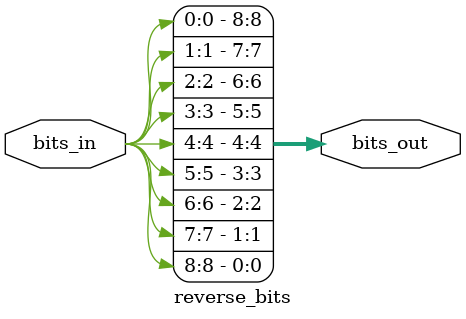
<source format=sv>
module fft_agu (input logic load, processing, done,
             input logic [8:0] fft_level,
			input logic [8:0] butterfly_iter, load_address, out_address,
             output logic [8:0] address_0_a, address_1_a, address_0_b, address_1_b,
             output logic [8:0] twiddle_address);

	// first deal with loading address
	logic [8:0] load_address_rev;
	reverse_bits load_logic(load_address, load_address_rev);

	// then deal with standard processing address
	logic [8:0] address_a, address_b;
	processing_agu standard_logic(fft_level, butterfly_iter,
											address_a, address_b, twiddle_address);

	// output address given as input

	// comb logic to choose from the addresses
	// if we're done, we output	
	// if we're loading, we use load addresses
	// otherwise, we use the standard addresses
	always_comb begin

		if (done) address_0_a = out_address;
		else if (load) address_0_a = load_address_rev;
		else address_0_a = address_a;

		if (load) address_0_b = load_address_rev;
		else address_0_b = address_b;

		if (done) address_1_a = out_address;
		else address_1_a = address_a;

		address_1_b = address_b;
		end
endmodule

module processing_agu (input logic [8:0] 	fft_level, 
					  input logic [8:0] butterfly_iter,
					  		  output logic [8:0] address_a, address_b,
					  		  output logic [8:0] twiddle_address);

	// intermediate for shifting
	logic [8:0] temp_a, temp_b; // Changed [5:0] -> [8:0]

	// must be signed for sign extending
   logic signed [8:0] mask, mask_shift;
   
   always_comb begin

		// j * 2
      temp_a = butterfly_iter << 1;

      address_a = ((temp_a << fft_level) | (temp_a >> (9 - fft_level))); 

		// j * 2 + 1
	  temp_b = temp_a + 9'b1;

      address_b = ((temp_b << fft_level) | (temp_b >> (9 - fft_level)));

		// zero out 6 - 1 - i
		// so five zeros minus fft_level
      mask = 9'b100000000; // Top bit of 9-bit number
	  mask_shift = mask >>> fft_level;

		// mask j
       twiddle_address = mask_shift[8:0] & butterfly_iter[8:0]; // Mask output
   end

endmodule

// reverse bits for address ordering
module reverse_bits (
    input logic [8:0] bits_in,
    output logic [8:0] bits_out
);
    // Manually reverse 9 bits
    assign bits_out = {bits_in[0], bits_in[1], bits_in[2], bits_in[3], 
                       bits_in[4], bits_in[5], bits_in[6], bits_in[7], bits_in[8]};
endmodule
</source>
